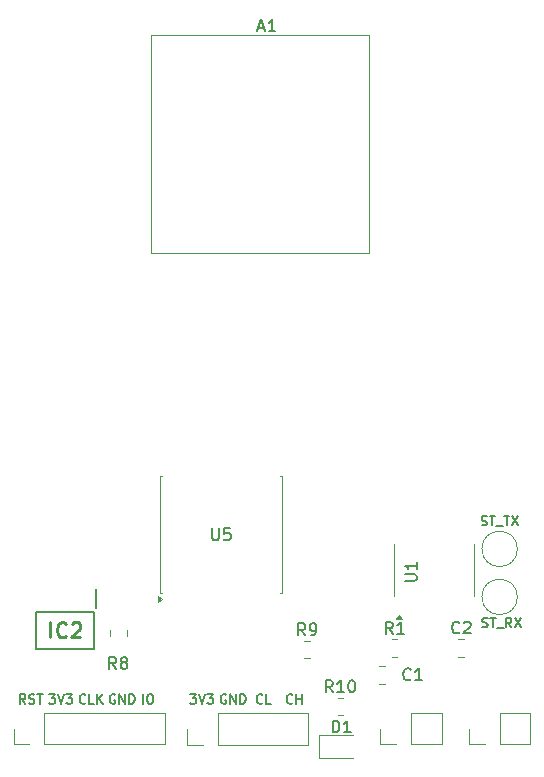
<source format=gbr>
%TF.GenerationSoftware,KiCad,Pcbnew,8.0.1*%
%TF.CreationDate,2025-07-31T15:27:13-05:00*%
%TF.ProjectId,GPS_board_v3,4750535f-626f-4617-9264-5f76332e6b69,rev?*%
%TF.SameCoordinates,Original*%
%TF.FileFunction,Legend,Top*%
%TF.FilePolarity,Positive*%
%FSLAX46Y46*%
G04 Gerber Fmt 4.6, Leading zero omitted, Abs format (unit mm)*
G04 Created by KiCad (PCBNEW 8.0.1) date 2025-07-31 15:27:13*
%MOMM*%
%LPD*%
G01*
G04 APERTURE LIST*
%ADD10C,0.150000*%
%ADD11C,0.254000*%
%ADD12C,0.120000*%
%ADD13C,0.200000*%
G04 APERTURE END LIST*
D10*
X166411064Y-117086200D02*
X166525350Y-117124295D01*
X166525350Y-117124295D02*
X166715826Y-117124295D01*
X166715826Y-117124295D02*
X166792017Y-117086200D01*
X166792017Y-117086200D02*
X166830112Y-117048104D01*
X166830112Y-117048104D02*
X166868207Y-116971914D01*
X166868207Y-116971914D02*
X166868207Y-116895723D01*
X166868207Y-116895723D02*
X166830112Y-116819533D01*
X166830112Y-116819533D02*
X166792017Y-116781438D01*
X166792017Y-116781438D02*
X166715826Y-116743342D01*
X166715826Y-116743342D02*
X166563445Y-116705247D01*
X166563445Y-116705247D02*
X166487255Y-116667152D01*
X166487255Y-116667152D02*
X166449160Y-116629057D01*
X166449160Y-116629057D02*
X166411064Y-116552866D01*
X166411064Y-116552866D02*
X166411064Y-116476676D01*
X166411064Y-116476676D02*
X166449160Y-116400485D01*
X166449160Y-116400485D02*
X166487255Y-116362390D01*
X166487255Y-116362390D02*
X166563445Y-116324295D01*
X166563445Y-116324295D02*
X166753922Y-116324295D01*
X166753922Y-116324295D02*
X166868207Y-116362390D01*
X167096779Y-116324295D02*
X167553922Y-116324295D01*
X167325350Y-117124295D02*
X167325350Y-116324295D01*
X167630113Y-117200485D02*
X168239636Y-117200485D01*
X168887256Y-117124295D02*
X168620589Y-116743342D01*
X168430113Y-117124295D02*
X168430113Y-116324295D01*
X168430113Y-116324295D02*
X168734875Y-116324295D01*
X168734875Y-116324295D02*
X168811065Y-116362390D01*
X168811065Y-116362390D02*
X168849160Y-116400485D01*
X168849160Y-116400485D02*
X168887256Y-116476676D01*
X168887256Y-116476676D02*
X168887256Y-116590961D01*
X168887256Y-116590961D02*
X168849160Y-116667152D01*
X168849160Y-116667152D02*
X168811065Y-116705247D01*
X168811065Y-116705247D02*
X168734875Y-116743342D01*
X168734875Y-116743342D02*
X168430113Y-116743342D01*
X169153922Y-116324295D02*
X169687256Y-117124295D01*
X169687256Y-116324295D02*
X169153922Y-117124295D01*
X166361064Y-108466200D02*
X166475350Y-108504295D01*
X166475350Y-108504295D02*
X166665826Y-108504295D01*
X166665826Y-108504295D02*
X166742017Y-108466200D01*
X166742017Y-108466200D02*
X166780112Y-108428104D01*
X166780112Y-108428104D02*
X166818207Y-108351914D01*
X166818207Y-108351914D02*
X166818207Y-108275723D01*
X166818207Y-108275723D02*
X166780112Y-108199533D01*
X166780112Y-108199533D02*
X166742017Y-108161438D01*
X166742017Y-108161438D02*
X166665826Y-108123342D01*
X166665826Y-108123342D02*
X166513445Y-108085247D01*
X166513445Y-108085247D02*
X166437255Y-108047152D01*
X166437255Y-108047152D02*
X166399160Y-108009057D01*
X166399160Y-108009057D02*
X166361064Y-107932866D01*
X166361064Y-107932866D02*
X166361064Y-107856676D01*
X166361064Y-107856676D02*
X166399160Y-107780485D01*
X166399160Y-107780485D02*
X166437255Y-107742390D01*
X166437255Y-107742390D02*
X166513445Y-107704295D01*
X166513445Y-107704295D02*
X166703922Y-107704295D01*
X166703922Y-107704295D02*
X166818207Y-107742390D01*
X167046779Y-107704295D02*
X167503922Y-107704295D01*
X167275350Y-108504295D02*
X167275350Y-107704295D01*
X167580113Y-108580485D02*
X168189636Y-108580485D01*
X168265827Y-107704295D02*
X168722970Y-107704295D01*
X168494398Y-108504295D02*
X168494398Y-107704295D01*
X168913446Y-107704295D02*
X169446780Y-108504295D01*
X169446780Y-107704295D02*
X168913446Y-108504295D01*
X150352303Y-123516104D02*
X150314207Y-123554200D01*
X150314207Y-123554200D02*
X150199922Y-123592295D01*
X150199922Y-123592295D02*
X150123731Y-123592295D01*
X150123731Y-123592295D02*
X150009445Y-123554200D01*
X150009445Y-123554200D02*
X149933255Y-123478009D01*
X149933255Y-123478009D02*
X149895160Y-123401819D01*
X149895160Y-123401819D02*
X149857064Y-123249438D01*
X149857064Y-123249438D02*
X149857064Y-123135152D01*
X149857064Y-123135152D02*
X149895160Y-122982771D01*
X149895160Y-122982771D02*
X149933255Y-122906580D01*
X149933255Y-122906580D02*
X150009445Y-122830390D01*
X150009445Y-122830390D02*
X150123731Y-122792295D01*
X150123731Y-122792295D02*
X150199922Y-122792295D01*
X150199922Y-122792295D02*
X150314207Y-122830390D01*
X150314207Y-122830390D02*
X150352303Y-122868485D01*
X150695160Y-123592295D02*
X150695160Y-122792295D01*
X150695160Y-123173247D02*
X151152303Y-123173247D01*
X151152303Y-123592295D02*
X151152303Y-122792295D01*
X147812303Y-123516104D02*
X147774207Y-123554200D01*
X147774207Y-123554200D02*
X147659922Y-123592295D01*
X147659922Y-123592295D02*
X147583731Y-123592295D01*
X147583731Y-123592295D02*
X147469445Y-123554200D01*
X147469445Y-123554200D02*
X147393255Y-123478009D01*
X147393255Y-123478009D02*
X147355160Y-123401819D01*
X147355160Y-123401819D02*
X147317064Y-123249438D01*
X147317064Y-123249438D02*
X147317064Y-123135152D01*
X147317064Y-123135152D02*
X147355160Y-122982771D01*
X147355160Y-122982771D02*
X147393255Y-122906580D01*
X147393255Y-122906580D02*
X147469445Y-122830390D01*
X147469445Y-122830390D02*
X147583731Y-122792295D01*
X147583731Y-122792295D02*
X147659922Y-122792295D01*
X147659922Y-122792295D02*
X147774207Y-122830390D01*
X147774207Y-122830390D02*
X147812303Y-122868485D01*
X148536112Y-123592295D02*
X148155160Y-123592295D01*
X148155160Y-123592295D02*
X148155160Y-122792295D01*
X144726207Y-122830390D02*
X144650017Y-122792295D01*
X144650017Y-122792295D02*
X144535731Y-122792295D01*
X144535731Y-122792295D02*
X144421445Y-122830390D01*
X144421445Y-122830390D02*
X144345255Y-122906580D01*
X144345255Y-122906580D02*
X144307160Y-122982771D01*
X144307160Y-122982771D02*
X144269064Y-123135152D01*
X144269064Y-123135152D02*
X144269064Y-123249438D01*
X144269064Y-123249438D02*
X144307160Y-123401819D01*
X144307160Y-123401819D02*
X144345255Y-123478009D01*
X144345255Y-123478009D02*
X144421445Y-123554200D01*
X144421445Y-123554200D02*
X144535731Y-123592295D01*
X144535731Y-123592295D02*
X144611922Y-123592295D01*
X144611922Y-123592295D02*
X144726207Y-123554200D01*
X144726207Y-123554200D02*
X144764303Y-123516104D01*
X144764303Y-123516104D02*
X144764303Y-123249438D01*
X144764303Y-123249438D02*
X144611922Y-123249438D01*
X145107160Y-123592295D02*
X145107160Y-122792295D01*
X145107160Y-122792295D02*
X145564303Y-123592295D01*
X145564303Y-123592295D02*
X145564303Y-122792295D01*
X145945255Y-123592295D02*
X145945255Y-122792295D01*
X145945255Y-122792295D02*
X146135731Y-122792295D01*
X146135731Y-122792295D02*
X146250017Y-122830390D01*
X146250017Y-122830390D02*
X146326207Y-122906580D01*
X146326207Y-122906580D02*
X146364302Y-122982771D01*
X146364302Y-122982771D02*
X146402398Y-123135152D01*
X146402398Y-123135152D02*
X146402398Y-123249438D01*
X146402398Y-123249438D02*
X146364302Y-123401819D01*
X146364302Y-123401819D02*
X146326207Y-123478009D01*
X146326207Y-123478009D02*
X146250017Y-123554200D01*
X146250017Y-123554200D02*
X146135731Y-123592295D01*
X146135731Y-123592295D02*
X145945255Y-123592295D01*
X141690969Y-122792295D02*
X142186207Y-122792295D01*
X142186207Y-122792295D02*
X141919541Y-123097057D01*
X141919541Y-123097057D02*
X142033826Y-123097057D01*
X142033826Y-123097057D02*
X142110017Y-123135152D01*
X142110017Y-123135152D02*
X142148112Y-123173247D01*
X142148112Y-123173247D02*
X142186207Y-123249438D01*
X142186207Y-123249438D02*
X142186207Y-123439914D01*
X142186207Y-123439914D02*
X142148112Y-123516104D01*
X142148112Y-123516104D02*
X142110017Y-123554200D01*
X142110017Y-123554200D02*
X142033826Y-123592295D01*
X142033826Y-123592295D02*
X141805255Y-123592295D01*
X141805255Y-123592295D02*
X141729064Y-123554200D01*
X141729064Y-123554200D02*
X141690969Y-123516104D01*
X142414779Y-122792295D02*
X142681446Y-123592295D01*
X142681446Y-123592295D02*
X142948112Y-122792295D01*
X143138588Y-122792295D02*
X143633826Y-122792295D01*
X143633826Y-122792295D02*
X143367160Y-123097057D01*
X143367160Y-123097057D02*
X143481445Y-123097057D01*
X143481445Y-123097057D02*
X143557636Y-123135152D01*
X143557636Y-123135152D02*
X143595731Y-123173247D01*
X143595731Y-123173247D02*
X143633826Y-123249438D01*
X143633826Y-123249438D02*
X143633826Y-123439914D01*
X143633826Y-123439914D02*
X143595731Y-123516104D01*
X143595731Y-123516104D02*
X143557636Y-123554200D01*
X143557636Y-123554200D02*
X143481445Y-123592295D01*
X143481445Y-123592295D02*
X143252874Y-123592295D01*
X143252874Y-123592295D02*
X143176683Y-123554200D01*
X143176683Y-123554200D02*
X143138588Y-123516104D01*
X135328207Y-122830390D02*
X135252017Y-122792295D01*
X135252017Y-122792295D02*
X135137731Y-122792295D01*
X135137731Y-122792295D02*
X135023445Y-122830390D01*
X135023445Y-122830390D02*
X134947255Y-122906580D01*
X134947255Y-122906580D02*
X134909160Y-122982771D01*
X134909160Y-122982771D02*
X134871064Y-123135152D01*
X134871064Y-123135152D02*
X134871064Y-123249438D01*
X134871064Y-123249438D02*
X134909160Y-123401819D01*
X134909160Y-123401819D02*
X134947255Y-123478009D01*
X134947255Y-123478009D02*
X135023445Y-123554200D01*
X135023445Y-123554200D02*
X135137731Y-123592295D01*
X135137731Y-123592295D02*
X135213922Y-123592295D01*
X135213922Y-123592295D02*
X135328207Y-123554200D01*
X135328207Y-123554200D02*
X135366303Y-123516104D01*
X135366303Y-123516104D02*
X135366303Y-123249438D01*
X135366303Y-123249438D02*
X135213922Y-123249438D01*
X135709160Y-123592295D02*
X135709160Y-122792295D01*
X135709160Y-122792295D02*
X136166303Y-123592295D01*
X136166303Y-123592295D02*
X136166303Y-122792295D01*
X136547255Y-123592295D02*
X136547255Y-122792295D01*
X136547255Y-122792295D02*
X136737731Y-122792295D01*
X136737731Y-122792295D02*
X136852017Y-122830390D01*
X136852017Y-122830390D02*
X136928207Y-122906580D01*
X136928207Y-122906580D02*
X136966302Y-122982771D01*
X136966302Y-122982771D02*
X137004398Y-123135152D01*
X137004398Y-123135152D02*
X137004398Y-123249438D01*
X137004398Y-123249438D02*
X136966302Y-123401819D01*
X136966302Y-123401819D02*
X136928207Y-123478009D01*
X136928207Y-123478009D02*
X136852017Y-123554200D01*
X136852017Y-123554200D02*
X136737731Y-123592295D01*
X136737731Y-123592295D02*
X136547255Y-123592295D01*
X137703160Y-123592295D02*
X137703160Y-122792295D01*
X138236493Y-122792295D02*
X138388874Y-122792295D01*
X138388874Y-122792295D02*
X138465064Y-122830390D01*
X138465064Y-122830390D02*
X138541255Y-122906580D01*
X138541255Y-122906580D02*
X138579350Y-123058961D01*
X138579350Y-123058961D02*
X138579350Y-123325628D01*
X138579350Y-123325628D02*
X138541255Y-123478009D01*
X138541255Y-123478009D02*
X138465064Y-123554200D01*
X138465064Y-123554200D02*
X138388874Y-123592295D01*
X138388874Y-123592295D02*
X138236493Y-123592295D01*
X138236493Y-123592295D02*
X138160302Y-123554200D01*
X138160302Y-123554200D02*
X138084112Y-123478009D01*
X138084112Y-123478009D02*
X138046016Y-123325628D01*
X138046016Y-123325628D02*
X138046016Y-123058961D01*
X138046016Y-123058961D02*
X138084112Y-122906580D01*
X138084112Y-122906580D02*
X138160302Y-122830390D01*
X138160302Y-122830390D02*
X138236493Y-122792295D01*
X132826303Y-123516104D02*
X132788207Y-123554200D01*
X132788207Y-123554200D02*
X132673922Y-123592295D01*
X132673922Y-123592295D02*
X132597731Y-123592295D01*
X132597731Y-123592295D02*
X132483445Y-123554200D01*
X132483445Y-123554200D02*
X132407255Y-123478009D01*
X132407255Y-123478009D02*
X132369160Y-123401819D01*
X132369160Y-123401819D02*
X132331064Y-123249438D01*
X132331064Y-123249438D02*
X132331064Y-123135152D01*
X132331064Y-123135152D02*
X132369160Y-122982771D01*
X132369160Y-122982771D02*
X132407255Y-122906580D01*
X132407255Y-122906580D02*
X132483445Y-122830390D01*
X132483445Y-122830390D02*
X132597731Y-122792295D01*
X132597731Y-122792295D02*
X132673922Y-122792295D01*
X132673922Y-122792295D02*
X132788207Y-122830390D01*
X132788207Y-122830390D02*
X132826303Y-122868485D01*
X133550112Y-123592295D02*
X133169160Y-123592295D01*
X133169160Y-123592295D02*
X133169160Y-122792295D01*
X133816779Y-123592295D02*
X133816779Y-122792295D01*
X134273922Y-123592295D02*
X133931064Y-123135152D01*
X134273922Y-122792295D02*
X133816779Y-123249438D01*
X129752969Y-122792295D02*
X130248207Y-122792295D01*
X130248207Y-122792295D02*
X129981541Y-123097057D01*
X129981541Y-123097057D02*
X130095826Y-123097057D01*
X130095826Y-123097057D02*
X130172017Y-123135152D01*
X130172017Y-123135152D02*
X130210112Y-123173247D01*
X130210112Y-123173247D02*
X130248207Y-123249438D01*
X130248207Y-123249438D02*
X130248207Y-123439914D01*
X130248207Y-123439914D02*
X130210112Y-123516104D01*
X130210112Y-123516104D02*
X130172017Y-123554200D01*
X130172017Y-123554200D02*
X130095826Y-123592295D01*
X130095826Y-123592295D02*
X129867255Y-123592295D01*
X129867255Y-123592295D02*
X129791064Y-123554200D01*
X129791064Y-123554200D02*
X129752969Y-123516104D01*
X130476779Y-122792295D02*
X130743446Y-123592295D01*
X130743446Y-123592295D02*
X131010112Y-122792295D01*
X131200588Y-122792295D02*
X131695826Y-122792295D01*
X131695826Y-122792295D02*
X131429160Y-123097057D01*
X131429160Y-123097057D02*
X131543445Y-123097057D01*
X131543445Y-123097057D02*
X131619636Y-123135152D01*
X131619636Y-123135152D02*
X131657731Y-123173247D01*
X131657731Y-123173247D02*
X131695826Y-123249438D01*
X131695826Y-123249438D02*
X131695826Y-123439914D01*
X131695826Y-123439914D02*
X131657731Y-123516104D01*
X131657731Y-123516104D02*
X131619636Y-123554200D01*
X131619636Y-123554200D02*
X131543445Y-123592295D01*
X131543445Y-123592295D02*
X131314874Y-123592295D01*
X131314874Y-123592295D02*
X131238683Y-123554200D01*
X131238683Y-123554200D02*
X131200588Y-123516104D01*
X127746303Y-123592295D02*
X127479636Y-123211342D01*
X127289160Y-123592295D02*
X127289160Y-122792295D01*
X127289160Y-122792295D02*
X127593922Y-122792295D01*
X127593922Y-122792295D02*
X127670112Y-122830390D01*
X127670112Y-122830390D02*
X127708207Y-122868485D01*
X127708207Y-122868485D02*
X127746303Y-122944676D01*
X127746303Y-122944676D02*
X127746303Y-123058961D01*
X127746303Y-123058961D02*
X127708207Y-123135152D01*
X127708207Y-123135152D02*
X127670112Y-123173247D01*
X127670112Y-123173247D02*
X127593922Y-123211342D01*
X127593922Y-123211342D02*
X127289160Y-123211342D01*
X128051064Y-123554200D02*
X128165350Y-123592295D01*
X128165350Y-123592295D02*
X128355826Y-123592295D01*
X128355826Y-123592295D02*
X128432017Y-123554200D01*
X128432017Y-123554200D02*
X128470112Y-123516104D01*
X128470112Y-123516104D02*
X128508207Y-123439914D01*
X128508207Y-123439914D02*
X128508207Y-123363723D01*
X128508207Y-123363723D02*
X128470112Y-123287533D01*
X128470112Y-123287533D02*
X128432017Y-123249438D01*
X128432017Y-123249438D02*
X128355826Y-123211342D01*
X128355826Y-123211342D02*
X128203445Y-123173247D01*
X128203445Y-123173247D02*
X128127255Y-123135152D01*
X128127255Y-123135152D02*
X128089160Y-123097057D01*
X128089160Y-123097057D02*
X128051064Y-123020866D01*
X128051064Y-123020866D02*
X128051064Y-122944676D01*
X128051064Y-122944676D02*
X128089160Y-122868485D01*
X128089160Y-122868485D02*
X128127255Y-122830390D01*
X128127255Y-122830390D02*
X128203445Y-122792295D01*
X128203445Y-122792295D02*
X128393922Y-122792295D01*
X128393922Y-122792295D02*
X128508207Y-122830390D01*
X128736779Y-122792295D02*
X129193922Y-122792295D01*
X128965350Y-123592295D02*
X128965350Y-122792295D01*
X159874819Y-113211904D02*
X160684342Y-113211904D01*
X160684342Y-113211904D02*
X160779580Y-113164285D01*
X160779580Y-113164285D02*
X160827200Y-113116666D01*
X160827200Y-113116666D02*
X160874819Y-113021428D01*
X160874819Y-113021428D02*
X160874819Y-112830952D01*
X160874819Y-112830952D02*
X160827200Y-112735714D01*
X160827200Y-112735714D02*
X160779580Y-112688095D01*
X160779580Y-112688095D02*
X160684342Y-112640476D01*
X160684342Y-112640476D02*
X159874819Y-112640476D01*
X160874819Y-111640476D02*
X160874819Y-112211904D01*
X160874819Y-111926190D02*
X159874819Y-111926190D01*
X159874819Y-111926190D02*
X160017676Y-112021428D01*
X160017676Y-112021428D02*
X160112914Y-112116666D01*
X160112914Y-112116666D02*
X160160533Y-112211904D01*
X158837333Y-117676819D02*
X158504000Y-117200628D01*
X158265905Y-117676819D02*
X158265905Y-116676819D01*
X158265905Y-116676819D02*
X158646857Y-116676819D01*
X158646857Y-116676819D02*
X158742095Y-116724438D01*
X158742095Y-116724438D02*
X158789714Y-116772057D01*
X158789714Y-116772057D02*
X158837333Y-116867295D01*
X158837333Y-116867295D02*
X158837333Y-117010152D01*
X158837333Y-117010152D02*
X158789714Y-117105390D01*
X158789714Y-117105390D02*
X158742095Y-117153009D01*
X158742095Y-117153009D02*
X158646857Y-117200628D01*
X158646857Y-117200628D02*
X158265905Y-117200628D01*
X159789714Y-117676819D02*
X159218286Y-117676819D01*
X159504000Y-117676819D02*
X159504000Y-116676819D01*
X159504000Y-116676819D02*
X159408762Y-116819676D01*
X159408762Y-116819676D02*
X159313524Y-116914914D01*
X159313524Y-116914914D02*
X159218286Y-116962533D01*
X164491333Y-117551580D02*
X164443714Y-117599200D01*
X164443714Y-117599200D02*
X164300857Y-117646819D01*
X164300857Y-117646819D02*
X164205619Y-117646819D01*
X164205619Y-117646819D02*
X164062762Y-117599200D01*
X164062762Y-117599200D02*
X163967524Y-117503961D01*
X163967524Y-117503961D02*
X163919905Y-117408723D01*
X163919905Y-117408723D02*
X163872286Y-117218247D01*
X163872286Y-117218247D02*
X163872286Y-117075390D01*
X163872286Y-117075390D02*
X163919905Y-116884914D01*
X163919905Y-116884914D02*
X163967524Y-116789676D01*
X163967524Y-116789676D02*
X164062762Y-116694438D01*
X164062762Y-116694438D02*
X164205619Y-116646819D01*
X164205619Y-116646819D02*
X164300857Y-116646819D01*
X164300857Y-116646819D02*
X164443714Y-116694438D01*
X164443714Y-116694438D02*
X164491333Y-116742057D01*
X164872286Y-116742057D02*
X164919905Y-116694438D01*
X164919905Y-116694438D02*
X165015143Y-116646819D01*
X165015143Y-116646819D02*
X165253238Y-116646819D01*
X165253238Y-116646819D02*
X165348476Y-116694438D01*
X165348476Y-116694438D02*
X165396095Y-116742057D01*
X165396095Y-116742057D02*
X165443714Y-116837295D01*
X165443714Y-116837295D02*
X165443714Y-116932533D01*
X165443714Y-116932533D02*
X165396095Y-117075390D01*
X165396095Y-117075390D02*
X164824667Y-117646819D01*
X164824667Y-117646819D02*
X165443714Y-117646819D01*
X160361333Y-121517580D02*
X160313714Y-121565200D01*
X160313714Y-121565200D02*
X160170857Y-121612819D01*
X160170857Y-121612819D02*
X160075619Y-121612819D01*
X160075619Y-121612819D02*
X159932762Y-121565200D01*
X159932762Y-121565200D02*
X159837524Y-121469961D01*
X159837524Y-121469961D02*
X159789905Y-121374723D01*
X159789905Y-121374723D02*
X159742286Y-121184247D01*
X159742286Y-121184247D02*
X159742286Y-121041390D01*
X159742286Y-121041390D02*
X159789905Y-120850914D01*
X159789905Y-120850914D02*
X159837524Y-120755676D01*
X159837524Y-120755676D02*
X159932762Y-120660438D01*
X159932762Y-120660438D02*
X160075619Y-120612819D01*
X160075619Y-120612819D02*
X160170857Y-120612819D01*
X160170857Y-120612819D02*
X160313714Y-120660438D01*
X160313714Y-120660438D02*
X160361333Y-120708057D01*
X161313714Y-121612819D02*
X160742286Y-121612819D01*
X161028000Y-121612819D02*
X161028000Y-120612819D01*
X161028000Y-120612819D02*
X160932762Y-120755676D01*
X160932762Y-120755676D02*
X160837524Y-120850914D01*
X160837524Y-120850914D02*
X160742286Y-120898533D01*
D11*
X129860237Y-117974318D02*
X129860237Y-116704318D01*
X131190714Y-117853365D02*
X131130238Y-117913842D01*
X131130238Y-117913842D02*
X130948809Y-117974318D01*
X130948809Y-117974318D02*
X130827857Y-117974318D01*
X130827857Y-117974318D02*
X130646428Y-117913842D01*
X130646428Y-117913842D02*
X130525476Y-117792889D01*
X130525476Y-117792889D02*
X130464999Y-117671937D01*
X130464999Y-117671937D02*
X130404523Y-117430032D01*
X130404523Y-117430032D02*
X130404523Y-117248603D01*
X130404523Y-117248603D02*
X130464999Y-117006699D01*
X130464999Y-117006699D02*
X130525476Y-116885746D01*
X130525476Y-116885746D02*
X130646428Y-116764794D01*
X130646428Y-116764794D02*
X130827857Y-116704318D01*
X130827857Y-116704318D02*
X130948809Y-116704318D01*
X130948809Y-116704318D02*
X131130238Y-116764794D01*
X131130238Y-116764794D02*
X131190714Y-116825270D01*
X131674523Y-116825270D02*
X131734999Y-116764794D01*
X131734999Y-116764794D02*
X131855952Y-116704318D01*
X131855952Y-116704318D02*
X132158333Y-116704318D01*
X132158333Y-116704318D02*
X132279285Y-116764794D01*
X132279285Y-116764794D02*
X132339761Y-116825270D01*
X132339761Y-116825270D02*
X132400238Y-116946222D01*
X132400238Y-116946222D02*
X132400238Y-117067175D01*
X132400238Y-117067175D02*
X132339761Y-117248603D01*
X132339761Y-117248603D02*
X131614047Y-117974318D01*
X131614047Y-117974318D02*
X132400238Y-117974318D01*
D10*
X143538095Y-108754819D02*
X143538095Y-109564342D01*
X143538095Y-109564342D02*
X143585714Y-109659580D01*
X143585714Y-109659580D02*
X143633333Y-109707200D01*
X143633333Y-109707200D02*
X143728571Y-109754819D01*
X143728571Y-109754819D02*
X143919047Y-109754819D01*
X143919047Y-109754819D02*
X144014285Y-109707200D01*
X144014285Y-109707200D02*
X144061904Y-109659580D01*
X144061904Y-109659580D02*
X144109523Y-109564342D01*
X144109523Y-109564342D02*
X144109523Y-108754819D01*
X145061904Y-108754819D02*
X144585714Y-108754819D01*
X144585714Y-108754819D02*
X144538095Y-109231009D01*
X144538095Y-109231009D02*
X144585714Y-109183390D01*
X144585714Y-109183390D02*
X144680952Y-109135771D01*
X144680952Y-109135771D02*
X144919047Y-109135771D01*
X144919047Y-109135771D02*
X145014285Y-109183390D01*
X145014285Y-109183390D02*
X145061904Y-109231009D01*
X145061904Y-109231009D02*
X145109523Y-109326247D01*
X145109523Y-109326247D02*
X145109523Y-109564342D01*
X145109523Y-109564342D02*
X145061904Y-109659580D01*
X145061904Y-109659580D02*
X145014285Y-109707200D01*
X145014285Y-109707200D02*
X144919047Y-109754819D01*
X144919047Y-109754819D02*
X144680952Y-109754819D01*
X144680952Y-109754819D02*
X144585714Y-109707200D01*
X144585714Y-109707200D02*
X144538095Y-109659580D01*
X151433333Y-117804819D02*
X151100000Y-117328628D01*
X150861905Y-117804819D02*
X150861905Y-116804819D01*
X150861905Y-116804819D02*
X151242857Y-116804819D01*
X151242857Y-116804819D02*
X151338095Y-116852438D01*
X151338095Y-116852438D02*
X151385714Y-116900057D01*
X151385714Y-116900057D02*
X151433333Y-116995295D01*
X151433333Y-116995295D02*
X151433333Y-117138152D01*
X151433333Y-117138152D02*
X151385714Y-117233390D01*
X151385714Y-117233390D02*
X151338095Y-117281009D01*
X151338095Y-117281009D02*
X151242857Y-117328628D01*
X151242857Y-117328628D02*
X150861905Y-117328628D01*
X151909524Y-117804819D02*
X152100000Y-117804819D01*
X152100000Y-117804819D02*
X152195238Y-117757200D01*
X152195238Y-117757200D02*
X152242857Y-117709580D01*
X152242857Y-117709580D02*
X152338095Y-117566723D01*
X152338095Y-117566723D02*
X152385714Y-117376247D01*
X152385714Y-117376247D02*
X152385714Y-116995295D01*
X152385714Y-116995295D02*
X152338095Y-116900057D01*
X152338095Y-116900057D02*
X152290476Y-116852438D01*
X152290476Y-116852438D02*
X152195238Y-116804819D01*
X152195238Y-116804819D02*
X152004762Y-116804819D01*
X152004762Y-116804819D02*
X151909524Y-116852438D01*
X151909524Y-116852438D02*
X151861905Y-116900057D01*
X151861905Y-116900057D02*
X151814286Y-116995295D01*
X151814286Y-116995295D02*
X151814286Y-117233390D01*
X151814286Y-117233390D02*
X151861905Y-117328628D01*
X151861905Y-117328628D02*
X151909524Y-117376247D01*
X151909524Y-117376247D02*
X152004762Y-117423866D01*
X152004762Y-117423866D02*
X152195238Y-117423866D01*
X152195238Y-117423866D02*
X152290476Y-117376247D01*
X152290476Y-117376247D02*
X152338095Y-117328628D01*
X152338095Y-117328628D02*
X152385714Y-117233390D01*
X135433333Y-120654819D02*
X135100000Y-120178628D01*
X134861905Y-120654819D02*
X134861905Y-119654819D01*
X134861905Y-119654819D02*
X135242857Y-119654819D01*
X135242857Y-119654819D02*
X135338095Y-119702438D01*
X135338095Y-119702438D02*
X135385714Y-119750057D01*
X135385714Y-119750057D02*
X135433333Y-119845295D01*
X135433333Y-119845295D02*
X135433333Y-119988152D01*
X135433333Y-119988152D02*
X135385714Y-120083390D01*
X135385714Y-120083390D02*
X135338095Y-120131009D01*
X135338095Y-120131009D02*
X135242857Y-120178628D01*
X135242857Y-120178628D02*
X134861905Y-120178628D01*
X136004762Y-120083390D02*
X135909524Y-120035771D01*
X135909524Y-120035771D02*
X135861905Y-119988152D01*
X135861905Y-119988152D02*
X135814286Y-119892914D01*
X135814286Y-119892914D02*
X135814286Y-119845295D01*
X135814286Y-119845295D02*
X135861905Y-119750057D01*
X135861905Y-119750057D02*
X135909524Y-119702438D01*
X135909524Y-119702438D02*
X136004762Y-119654819D01*
X136004762Y-119654819D02*
X136195238Y-119654819D01*
X136195238Y-119654819D02*
X136290476Y-119702438D01*
X136290476Y-119702438D02*
X136338095Y-119750057D01*
X136338095Y-119750057D02*
X136385714Y-119845295D01*
X136385714Y-119845295D02*
X136385714Y-119892914D01*
X136385714Y-119892914D02*
X136338095Y-119988152D01*
X136338095Y-119988152D02*
X136290476Y-120035771D01*
X136290476Y-120035771D02*
X136195238Y-120083390D01*
X136195238Y-120083390D02*
X136004762Y-120083390D01*
X136004762Y-120083390D02*
X135909524Y-120131009D01*
X135909524Y-120131009D02*
X135861905Y-120178628D01*
X135861905Y-120178628D02*
X135814286Y-120273866D01*
X135814286Y-120273866D02*
X135814286Y-120464342D01*
X135814286Y-120464342D02*
X135861905Y-120559580D01*
X135861905Y-120559580D02*
X135909524Y-120607200D01*
X135909524Y-120607200D02*
X136004762Y-120654819D01*
X136004762Y-120654819D02*
X136195238Y-120654819D01*
X136195238Y-120654819D02*
X136290476Y-120607200D01*
X136290476Y-120607200D02*
X136338095Y-120559580D01*
X136338095Y-120559580D02*
X136385714Y-120464342D01*
X136385714Y-120464342D02*
X136385714Y-120273866D01*
X136385714Y-120273866D02*
X136338095Y-120178628D01*
X136338095Y-120178628D02*
X136290476Y-120131009D01*
X136290476Y-120131009D02*
X136195238Y-120083390D01*
X147485714Y-66369104D02*
X147961904Y-66369104D01*
X147390476Y-66654819D02*
X147723809Y-65654819D01*
X147723809Y-65654819D02*
X148057142Y-66654819D01*
X148914285Y-66654819D02*
X148342857Y-66654819D01*
X148628571Y-66654819D02*
X148628571Y-65654819D01*
X148628571Y-65654819D02*
X148533333Y-65797676D01*
X148533333Y-65797676D02*
X148438095Y-65892914D01*
X148438095Y-65892914D02*
X148342857Y-65940533D01*
X153757142Y-122619819D02*
X153423809Y-122143628D01*
X153185714Y-122619819D02*
X153185714Y-121619819D01*
X153185714Y-121619819D02*
X153566666Y-121619819D01*
X153566666Y-121619819D02*
X153661904Y-121667438D01*
X153661904Y-121667438D02*
X153709523Y-121715057D01*
X153709523Y-121715057D02*
X153757142Y-121810295D01*
X153757142Y-121810295D02*
X153757142Y-121953152D01*
X153757142Y-121953152D02*
X153709523Y-122048390D01*
X153709523Y-122048390D02*
X153661904Y-122096009D01*
X153661904Y-122096009D02*
X153566666Y-122143628D01*
X153566666Y-122143628D02*
X153185714Y-122143628D01*
X154709523Y-122619819D02*
X154138095Y-122619819D01*
X154423809Y-122619819D02*
X154423809Y-121619819D01*
X154423809Y-121619819D02*
X154328571Y-121762676D01*
X154328571Y-121762676D02*
X154233333Y-121857914D01*
X154233333Y-121857914D02*
X154138095Y-121905533D01*
X155328571Y-121619819D02*
X155423809Y-121619819D01*
X155423809Y-121619819D02*
X155519047Y-121667438D01*
X155519047Y-121667438D02*
X155566666Y-121715057D01*
X155566666Y-121715057D02*
X155614285Y-121810295D01*
X155614285Y-121810295D02*
X155661904Y-122000771D01*
X155661904Y-122000771D02*
X155661904Y-122238866D01*
X155661904Y-122238866D02*
X155614285Y-122429342D01*
X155614285Y-122429342D02*
X155566666Y-122524580D01*
X155566666Y-122524580D02*
X155519047Y-122572200D01*
X155519047Y-122572200D02*
X155423809Y-122619819D01*
X155423809Y-122619819D02*
X155328571Y-122619819D01*
X155328571Y-122619819D02*
X155233333Y-122572200D01*
X155233333Y-122572200D02*
X155185714Y-122524580D01*
X155185714Y-122524580D02*
X155138095Y-122429342D01*
X155138095Y-122429342D02*
X155090476Y-122238866D01*
X155090476Y-122238866D02*
X155090476Y-122000771D01*
X155090476Y-122000771D02*
X155138095Y-121810295D01*
X155138095Y-121810295D02*
X155185714Y-121715057D01*
X155185714Y-121715057D02*
X155233333Y-121667438D01*
X155233333Y-121667438D02*
X155328571Y-121619819D01*
X153761905Y-126019819D02*
X153761905Y-125019819D01*
X153761905Y-125019819D02*
X154000000Y-125019819D01*
X154000000Y-125019819D02*
X154142857Y-125067438D01*
X154142857Y-125067438D02*
X154238095Y-125162676D01*
X154238095Y-125162676D02*
X154285714Y-125257914D01*
X154285714Y-125257914D02*
X154333333Y-125448390D01*
X154333333Y-125448390D02*
X154333333Y-125591247D01*
X154333333Y-125591247D02*
X154285714Y-125781723D01*
X154285714Y-125781723D02*
X154238095Y-125876961D01*
X154238095Y-125876961D02*
X154142857Y-125972200D01*
X154142857Y-125972200D02*
X154000000Y-126019819D01*
X154000000Y-126019819D02*
X153761905Y-126019819D01*
X155285714Y-126019819D02*
X154714286Y-126019819D01*
X155000000Y-126019819D02*
X155000000Y-125019819D01*
X155000000Y-125019819D02*
X154904762Y-125162676D01*
X154904762Y-125162676D02*
X154809524Y-125257914D01*
X154809524Y-125257914D02*
X154714286Y-125305533D01*
D12*
%TO.C,REF\u002A\u002A*%
X169394000Y-110490000D02*
G75*
G02*
X166394000Y-110490000I-1500000J0D01*
G01*
X166394000Y-110490000D02*
G75*
G02*
X169394000Y-110490000I1500000J0D01*
G01*
X169394000Y-114554000D02*
G75*
G02*
X166394000Y-114554000I-1500000J0D01*
G01*
X166394000Y-114554000D02*
G75*
G02*
X169394000Y-114554000I1500000J0D01*
G01*
%TO.C,U1*%
X158921000Y-112268000D02*
X158921000Y-114468000D01*
X158921000Y-112268000D02*
X158921000Y-110068000D01*
X165691000Y-112268000D02*
X165691000Y-114468000D01*
X165691000Y-112268000D02*
X165691000Y-110068000D01*
X159621000Y-116458000D02*
X159141000Y-116458000D01*
X159381000Y-116128000D01*
X159621000Y-116458000D01*
G36*
X159621000Y-116458000D02*
G01*
X159141000Y-116458000D01*
X159381000Y-116128000D01*
X159621000Y-116458000D01*
G37*
%TO.C,R1*%
X158776936Y-118137000D02*
X159231064Y-118137000D01*
X158776936Y-119607000D02*
X159231064Y-119607000D01*
%TO.C,J3*%
X141418000Y-127060000D02*
X141418000Y-125730000D01*
X142748000Y-127060000D02*
X141418000Y-127060000D01*
X144018000Y-127060000D02*
X151698000Y-127060000D01*
X144018000Y-127060000D02*
X144018000Y-124400000D01*
X151698000Y-127060000D02*
X151698000Y-124400000D01*
X144018000Y-124400000D02*
X151698000Y-124400000D01*
%TO.C,C2*%
X164396748Y-118137000D02*
X164919252Y-118137000D01*
X164396748Y-119607000D02*
X164919252Y-119607000D01*
%TO.C,C1*%
X158183252Y-121893000D02*
X157660748Y-121893000D01*
X158183252Y-120423000D02*
X157660748Y-120423000D01*
D13*
%TO.C,IC2*%
X128648000Y-115802000D02*
X133552000Y-115802000D01*
X128648000Y-118998000D02*
X128648000Y-115802000D01*
X133552000Y-115802000D02*
X133552000Y-118998000D01*
X133552000Y-118998000D02*
X128648000Y-118998000D01*
X133680000Y-113925000D02*
X133680000Y-115452000D01*
D12*
%TO.C,J4*%
X126750000Y-127045000D02*
X126750000Y-125715000D01*
X128080000Y-127045000D02*
X126750000Y-127045000D01*
X129350000Y-124385000D02*
X139570000Y-124385000D01*
X129350000Y-127045000D02*
X129350000Y-124385000D01*
X129350000Y-127045000D02*
X139570000Y-127045000D01*
X139570000Y-127045000D02*
X139570000Y-124385000D01*
%TO.C,U5*%
X139140000Y-104340000D02*
X139290000Y-104340000D01*
X139140000Y-114260000D02*
X139140000Y-104340000D01*
X139140000Y-114260000D02*
X139290000Y-114260000D01*
X149310000Y-104340000D02*
X149460000Y-104340000D01*
X149310000Y-114260000D02*
X149460000Y-114260000D01*
X149460000Y-114260000D02*
X149460000Y-104340000D01*
X139290000Y-114730000D02*
X138960000Y-114970000D01*
X138960000Y-114490000D01*
X139290000Y-114730000D01*
G36*
X139290000Y-114730000D02*
G01*
X138960000Y-114970000D01*
X138960000Y-114490000D01*
X139290000Y-114730000D01*
G37*
%TO.C,J2*%
X157795000Y-127045000D02*
X157795000Y-125715000D01*
X159125000Y-127045000D02*
X157795000Y-127045000D01*
X160395000Y-124385000D02*
X162995000Y-124385000D01*
X160395000Y-127045000D02*
X160395000Y-124385000D01*
X160395000Y-127045000D02*
X162995000Y-127045000D01*
X162995000Y-127045000D02*
X162995000Y-124385000D01*
%TO.C,R9*%
X151372936Y-118265000D02*
X151827064Y-118265000D01*
X151372936Y-119735000D02*
X151827064Y-119735000D01*
%TO.C,R8*%
X134865000Y-117827064D02*
X134865000Y-117372936D01*
X136335000Y-117827064D02*
X136335000Y-117372936D01*
%TO.C,A1*%
X138400000Y-67000000D02*
X156800000Y-67000000D01*
X156800000Y-85400000D01*
X138400000Y-85400000D01*
X138400000Y-67000000D01*
%TO.C,R10*%
X154172936Y-123080000D02*
X154627064Y-123080000D01*
X154172936Y-124550000D02*
X154627064Y-124550000D01*
%TO.C,J1*%
X165295000Y-127045000D02*
X165295000Y-125715000D01*
X166625000Y-127045000D02*
X165295000Y-127045000D01*
X167895000Y-124385000D02*
X170495000Y-124385000D01*
X167895000Y-127045000D02*
X167895000Y-124385000D01*
X167895000Y-127045000D02*
X170495000Y-127045000D01*
X170495000Y-127045000D02*
X170495000Y-124385000D01*
%TO.C,D1*%
X152640000Y-126255000D02*
X152640000Y-128175000D01*
X152640000Y-128175000D02*
X155500000Y-128175000D01*
X155500000Y-126255000D02*
X152640000Y-126255000D01*
%TD*%
M02*

</source>
